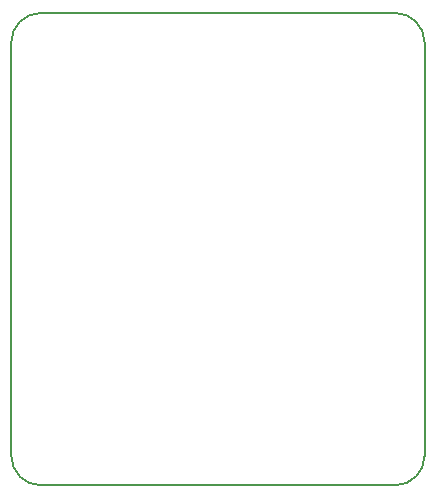
<source format=gbr>
G04 DipTrace 3.1.0.1*
G04 SerialNixieDriver.BoardOutline.gbr*
%MOIN*%
G04 #@! TF.FileFunction,Profile*
G04 #@! TF.Part,Single*
%ADD11C,0.005512*%
%FSLAX26Y26*%
G04*
G70*
G90*
G75*
G01*
G04 BoardOutline*
%LPD*%
X492441Y394016D2*
D11*
X1673543D1*
G03X1771969Y492441I0J98425D01*
G01*
Y1870394D1*
G03X1673543Y1968819I-98425J0D01*
G01*
X492441D1*
G03X394016Y1870394I0J-98425D01*
G01*
Y492441D1*
G03X492441Y394016I98425J0D01*
G01*
M02*

</source>
